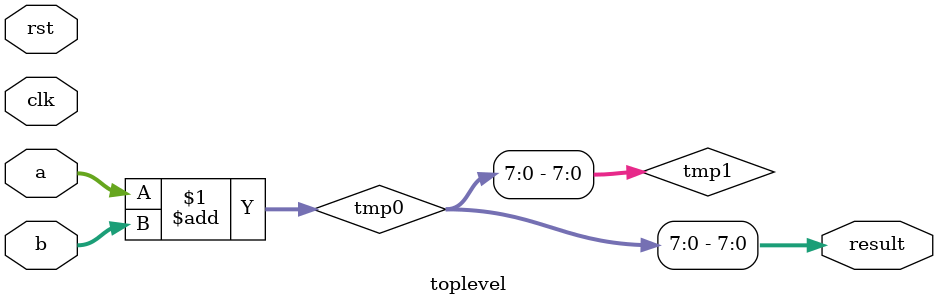
<source format=v>

module toplevel(clk, rst, a, b, result);
    input clk;
    input rst;
    input[7:0] a;
    input[7:0] b;
    output[7:0] result;

    wire[8:0] tmp0;
    wire[7:0] tmp1;

    // Combinational
    assign result = tmp1;
    assign tmp0 = a + b;
    assign tmp1 = {tmp0[7], tmp0[6], tmp0[5], tmp0[4], tmp0[3], tmp0[2], tmp0[1], tmp0[0]};

endmodule


</source>
